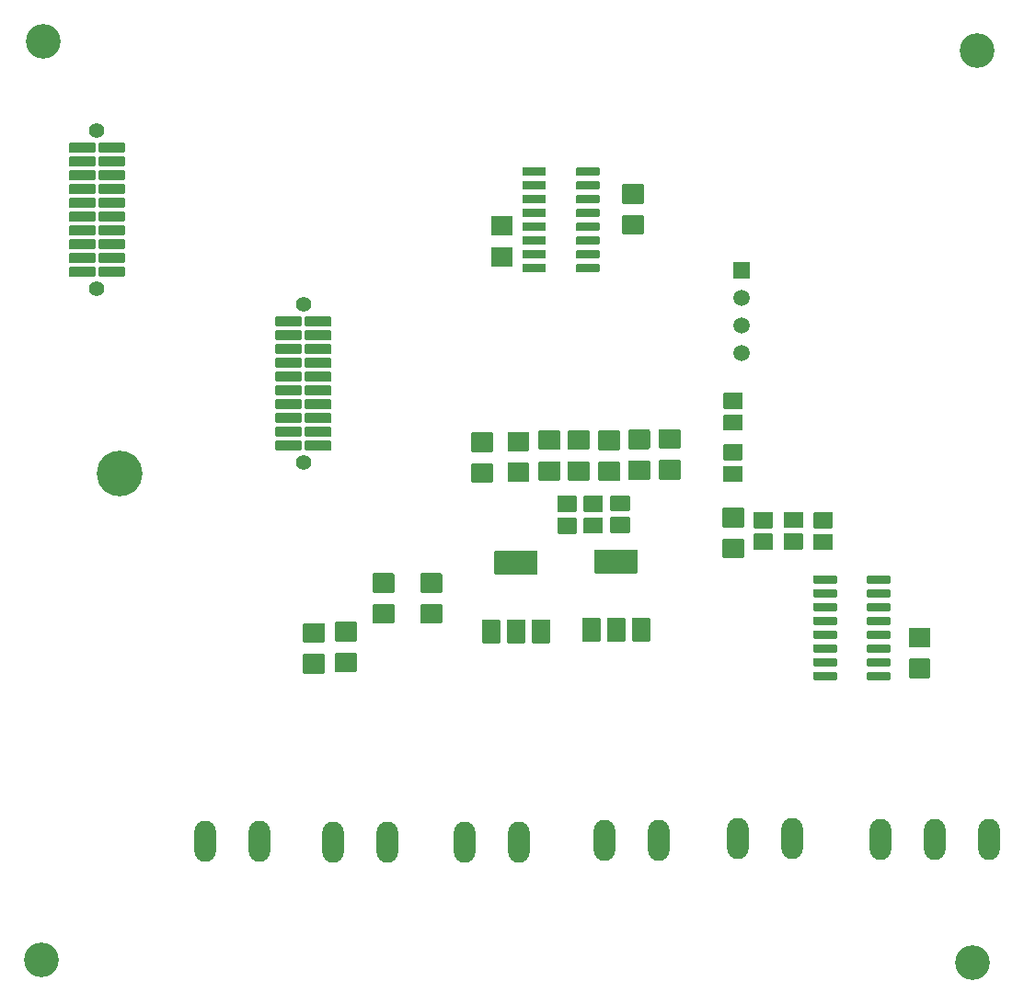
<source format=gbr>
%TF.GenerationSoftware,KiCad,Pcbnew,(5.1.9)-1*%
%TF.CreationDate,2021-09-03T15:16:11+00:00*%
%TF.ProjectId,CZTBoardV3,435a5442-6f61-4726-9456-332e6b696361,rev?*%
%TF.SameCoordinates,Original*%
%TF.FileFunction,Soldermask,Top*%
%TF.FilePolarity,Negative*%
%FSLAX46Y46*%
G04 Gerber Fmt 4.6, Leading zero omitted, Abs format (unit mm)*
G04 Created by KiCad (PCBNEW (5.1.9)-1) date 2021-09-03 15:16:11*
%MOMM*%
%LPD*%
G01*
G04 APERTURE LIST*
%ADD10C,4.203200*%
%ADD11C,1.422400*%
%ADD12C,3.200000*%
%ADD13O,1.993900X3.784600*%
%ADD14C,1.500000*%
%ADD15R,1.500000X1.500000*%
G04 APERTURE END LIST*
D10*
%TO.C,U1*%
X124090000Y-109530000D03*
D11*
X122026400Y-92579500D03*
X122026400Y-77974500D03*
G36*
G01*
X122280500Y-79092100D02*
X124502900Y-79092100D01*
G75*
G02*
X124604500Y-79193700I0J-101600D01*
G01*
X124604500Y-79930300D01*
G75*
G02*
X124502900Y-80031900I-101600J0D01*
G01*
X122280500Y-80031900D01*
G75*
G02*
X122178900Y-79930300I0J101600D01*
G01*
X122178900Y-79193700D01*
G75*
G02*
X122280500Y-79092100I101600J0D01*
G01*
G37*
G36*
G01*
X119550000Y-79092100D02*
X121772400Y-79092100D01*
G75*
G02*
X121874000Y-79193700I0J-101600D01*
G01*
X121874000Y-79930300D01*
G75*
G02*
X121772400Y-80031900I-101600J0D01*
G01*
X119550000Y-80031900D01*
G75*
G02*
X119448400Y-79930300I0J101600D01*
G01*
X119448400Y-79193700D01*
G75*
G02*
X119550000Y-79092100I101600J0D01*
G01*
G37*
G36*
G01*
X122280500Y-80362100D02*
X124502900Y-80362100D01*
G75*
G02*
X124604500Y-80463700I0J-101600D01*
G01*
X124604500Y-81200300D01*
G75*
G02*
X124502900Y-81301900I-101600J0D01*
G01*
X122280500Y-81301900D01*
G75*
G02*
X122178900Y-81200300I0J101600D01*
G01*
X122178900Y-80463700D01*
G75*
G02*
X122280500Y-80362100I101600J0D01*
G01*
G37*
G36*
G01*
X119550000Y-80362100D02*
X121772400Y-80362100D01*
G75*
G02*
X121874000Y-80463700I0J-101600D01*
G01*
X121874000Y-81200300D01*
G75*
G02*
X121772400Y-81301900I-101600J0D01*
G01*
X119550000Y-81301900D01*
G75*
G02*
X119448400Y-81200300I0J101600D01*
G01*
X119448400Y-80463700D01*
G75*
G02*
X119550000Y-80362100I101600J0D01*
G01*
G37*
G36*
G01*
X122280500Y-81632100D02*
X124502900Y-81632100D01*
G75*
G02*
X124604500Y-81733700I0J-101600D01*
G01*
X124604500Y-82470300D01*
G75*
G02*
X124502900Y-82571900I-101600J0D01*
G01*
X122280500Y-82571900D01*
G75*
G02*
X122178900Y-82470300I0J101600D01*
G01*
X122178900Y-81733700D01*
G75*
G02*
X122280500Y-81632100I101600J0D01*
G01*
G37*
G36*
G01*
X119550000Y-81632100D02*
X121772400Y-81632100D01*
G75*
G02*
X121874000Y-81733700I0J-101600D01*
G01*
X121874000Y-82470300D01*
G75*
G02*
X121772400Y-82571900I-101600J0D01*
G01*
X119550000Y-82571900D01*
G75*
G02*
X119448400Y-82470300I0J101600D01*
G01*
X119448400Y-81733700D01*
G75*
G02*
X119550000Y-81632100I101600J0D01*
G01*
G37*
G36*
G01*
X122280500Y-82902100D02*
X124502900Y-82902100D01*
G75*
G02*
X124604500Y-83003700I0J-101600D01*
G01*
X124604500Y-83740300D01*
G75*
G02*
X124502900Y-83841900I-101600J0D01*
G01*
X122280500Y-83841900D01*
G75*
G02*
X122178900Y-83740300I0J101600D01*
G01*
X122178900Y-83003700D01*
G75*
G02*
X122280500Y-82902100I101600J0D01*
G01*
G37*
G36*
G01*
X119550000Y-82902100D02*
X121772400Y-82902100D01*
G75*
G02*
X121874000Y-83003700I0J-101600D01*
G01*
X121874000Y-83740300D01*
G75*
G02*
X121772400Y-83841900I-101600J0D01*
G01*
X119550000Y-83841900D01*
G75*
G02*
X119448400Y-83740300I0J101600D01*
G01*
X119448400Y-83003700D01*
G75*
G02*
X119550000Y-82902100I101600J0D01*
G01*
G37*
G36*
G01*
X122280500Y-84172100D02*
X124502900Y-84172100D01*
G75*
G02*
X124604500Y-84273700I0J-101600D01*
G01*
X124604500Y-85010300D01*
G75*
G02*
X124502900Y-85111900I-101600J0D01*
G01*
X122280500Y-85111900D01*
G75*
G02*
X122178900Y-85010300I0J101600D01*
G01*
X122178900Y-84273700D01*
G75*
G02*
X122280500Y-84172100I101600J0D01*
G01*
G37*
G36*
G01*
X119550000Y-84172100D02*
X121772400Y-84172100D01*
G75*
G02*
X121874000Y-84273700I0J-101600D01*
G01*
X121874000Y-85010300D01*
G75*
G02*
X121772400Y-85111900I-101600J0D01*
G01*
X119550000Y-85111900D01*
G75*
G02*
X119448400Y-85010300I0J101600D01*
G01*
X119448400Y-84273700D01*
G75*
G02*
X119550000Y-84172100I101600J0D01*
G01*
G37*
G36*
G01*
X122280500Y-85442100D02*
X124502900Y-85442100D01*
G75*
G02*
X124604500Y-85543700I0J-101600D01*
G01*
X124604500Y-86280300D01*
G75*
G02*
X124502900Y-86381900I-101600J0D01*
G01*
X122280500Y-86381900D01*
G75*
G02*
X122178900Y-86280300I0J101600D01*
G01*
X122178900Y-85543700D01*
G75*
G02*
X122280500Y-85442100I101600J0D01*
G01*
G37*
G36*
G01*
X119550000Y-85442100D02*
X121772400Y-85442100D01*
G75*
G02*
X121874000Y-85543700I0J-101600D01*
G01*
X121874000Y-86280300D01*
G75*
G02*
X121772400Y-86381900I-101600J0D01*
G01*
X119550000Y-86381900D01*
G75*
G02*
X119448400Y-86280300I0J101600D01*
G01*
X119448400Y-85543700D01*
G75*
G02*
X119550000Y-85442100I101600J0D01*
G01*
G37*
G36*
G01*
X122280500Y-86712100D02*
X124502900Y-86712100D01*
G75*
G02*
X124604500Y-86813700I0J-101600D01*
G01*
X124604500Y-87550300D01*
G75*
G02*
X124502900Y-87651900I-101600J0D01*
G01*
X122280500Y-87651900D01*
G75*
G02*
X122178900Y-87550300I0J101600D01*
G01*
X122178900Y-86813700D01*
G75*
G02*
X122280500Y-86712100I101600J0D01*
G01*
G37*
G36*
G01*
X119550000Y-86712100D02*
X121772400Y-86712100D01*
G75*
G02*
X121874000Y-86813700I0J-101600D01*
G01*
X121874000Y-87550300D01*
G75*
G02*
X121772400Y-87651900I-101600J0D01*
G01*
X119550000Y-87651900D01*
G75*
G02*
X119448400Y-87550300I0J101600D01*
G01*
X119448400Y-86813700D01*
G75*
G02*
X119550000Y-86712100I101600J0D01*
G01*
G37*
G36*
G01*
X122280500Y-87982100D02*
X124502900Y-87982100D01*
G75*
G02*
X124604500Y-88083700I0J-101600D01*
G01*
X124604500Y-88820300D01*
G75*
G02*
X124502900Y-88921900I-101600J0D01*
G01*
X122280500Y-88921900D01*
G75*
G02*
X122178900Y-88820300I0J101600D01*
G01*
X122178900Y-88083700D01*
G75*
G02*
X122280500Y-87982100I101600J0D01*
G01*
G37*
G36*
G01*
X119550000Y-87982100D02*
X121772400Y-87982100D01*
G75*
G02*
X121874000Y-88083700I0J-101600D01*
G01*
X121874000Y-88820300D01*
G75*
G02*
X121772400Y-88921900I-101600J0D01*
G01*
X119550000Y-88921900D01*
G75*
G02*
X119448400Y-88820300I0J101600D01*
G01*
X119448400Y-88083700D01*
G75*
G02*
X119550000Y-87982100I101600J0D01*
G01*
G37*
G36*
G01*
X122280500Y-89252100D02*
X124502900Y-89252100D01*
G75*
G02*
X124604500Y-89353700I0J-101600D01*
G01*
X124604500Y-90090300D01*
G75*
G02*
X124502900Y-90191900I-101600J0D01*
G01*
X122280500Y-90191900D01*
G75*
G02*
X122178900Y-90090300I0J101600D01*
G01*
X122178900Y-89353700D01*
G75*
G02*
X122280500Y-89252100I101600J0D01*
G01*
G37*
G36*
G01*
X119550000Y-89252100D02*
X121772400Y-89252100D01*
G75*
G02*
X121874000Y-89353700I0J-101600D01*
G01*
X121874000Y-90090300D01*
G75*
G02*
X121772400Y-90191900I-101600J0D01*
G01*
X119550000Y-90191900D01*
G75*
G02*
X119448400Y-90090300I0J101600D01*
G01*
X119448400Y-89353700D01*
G75*
G02*
X119550000Y-89252100I101600J0D01*
G01*
G37*
G36*
G01*
X122280500Y-90522100D02*
X124502900Y-90522100D01*
G75*
G02*
X124604500Y-90623700I0J-101600D01*
G01*
X124604500Y-91360300D01*
G75*
G02*
X124502900Y-91461900I-101600J0D01*
G01*
X122280500Y-91461900D01*
G75*
G02*
X122178900Y-91360300I0J101600D01*
G01*
X122178900Y-90623700D01*
G75*
G02*
X122280500Y-90522100I101600J0D01*
G01*
G37*
G36*
G01*
X119550000Y-90522100D02*
X121772400Y-90522100D01*
G75*
G02*
X121874000Y-90623700I0J-101600D01*
G01*
X121874000Y-91360300D01*
G75*
G02*
X121772400Y-91461900I-101600J0D01*
G01*
X119550000Y-91461900D01*
G75*
G02*
X119448400Y-91360300I0J101600D01*
G01*
X119448400Y-90623700D01*
G75*
G02*
X119550000Y-90522100I101600J0D01*
G01*
G37*
X141020000Y-108582500D03*
X141020000Y-93977500D03*
G36*
G01*
X141274100Y-95095100D02*
X143496500Y-95095100D01*
G75*
G02*
X143598100Y-95196700I0J-101600D01*
G01*
X143598100Y-95933300D01*
G75*
G02*
X143496500Y-96034900I-101600J0D01*
G01*
X141274100Y-96034900D01*
G75*
G02*
X141172500Y-95933300I0J101600D01*
G01*
X141172500Y-95196700D01*
G75*
G02*
X141274100Y-95095100I101600J0D01*
G01*
G37*
G36*
G01*
X138543600Y-95095100D02*
X140766000Y-95095100D01*
G75*
G02*
X140867600Y-95196700I0J-101600D01*
G01*
X140867600Y-95933300D01*
G75*
G02*
X140766000Y-96034900I-101600J0D01*
G01*
X138543600Y-96034900D01*
G75*
G02*
X138442000Y-95933300I0J101600D01*
G01*
X138442000Y-95196700D01*
G75*
G02*
X138543600Y-95095100I101600J0D01*
G01*
G37*
G36*
G01*
X141274100Y-96365100D02*
X143496500Y-96365100D01*
G75*
G02*
X143598100Y-96466700I0J-101600D01*
G01*
X143598100Y-97203300D01*
G75*
G02*
X143496500Y-97304900I-101600J0D01*
G01*
X141274100Y-97304900D01*
G75*
G02*
X141172500Y-97203300I0J101600D01*
G01*
X141172500Y-96466700D01*
G75*
G02*
X141274100Y-96365100I101600J0D01*
G01*
G37*
G36*
G01*
X138543600Y-96365100D02*
X140766000Y-96365100D01*
G75*
G02*
X140867600Y-96466700I0J-101600D01*
G01*
X140867600Y-97203300D01*
G75*
G02*
X140766000Y-97304900I-101600J0D01*
G01*
X138543600Y-97304900D01*
G75*
G02*
X138442000Y-97203300I0J101600D01*
G01*
X138442000Y-96466700D01*
G75*
G02*
X138543600Y-96365100I101600J0D01*
G01*
G37*
G36*
G01*
X141274100Y-97635100D02*
X143496500Y-97635100D01*
G75*
G02*
X143598100Y-97736700I0J-101600D01*
G01*
X143598100Y-98473300D01*
G75*
G02*
X143496500Y-98574900I-101600J0D01*
G01*
X141274100Y-98574900D01*
G75*
G02*
X141172500Y-98473300I0J101600D01*
G01*
X141172500Y-97736700D01*
G75*
G02*
X141274100Y-97635100I101600J0D01*
G01*
G37*
G36*
G01*
X138543600Y-97635100D02*
X140766000Y-97635100D01*
G75*
G02*
X140867600Y-97736700I0J-101600D01*
G01*
X140867600Y-98473300D01*
G75*
G02*
X140766000Y-98574900I-101600J0D01*
G01*
X138543600Y-98574900D01*
G75*
G02*
X138442000Y-98473300I0J101600D01*
G01*
X138442000Y-97736700D01*
G75*
G02*
X138543600Y-97635100I101600J0D01*
G01*
G37*
G36*
G01*
X141274100Y-98905100D02*
X143496500Y-98905100D01*
G75*
G02*
X143598100Y-99006700I0J-101600D01*
G01*
X143598100Y-99743300D01*
G75*
G02*
X143496500Y-99844900I-101600J0D01*
G01*
X141274100Y-99844900D01*
G75*
G02*
X141172500Y-99743300I0J101600D01*
G01*
X141172500Y-99006700D01*
G75*
G02*
X141274100Y-98905100I101600J0D01*
G01*
G37*
G36*
G01*
X138543600Y-98905100D02*
X140766000Y-98905100D01*
G75*
G02*
X140867600Y-99006700I0J-101600D01*
G01*
X140867600Y-99743300D01*
G75*
G02*
X140766000Y-99844900I-101600J0D01*
G01*
X138543600Y-99844900D01*
G75*
G02*
X138442000Y-99743300I0J101600D01*
G01*
X138442000Y-99006700D01*
G75*
G02*
X138543600Y-98905100I101600J0D01*
G01*
G37*
G36*
G01*
X141274100Y-100175100D02*
X143496500Y-100175100D01*
G75*
G02*
X143598100Y-100276700I0J-101600D01*
G01*
X143598100Y-101013300D01*
G75*
G02*
X143496500Y-101114900I-101600J0D01*
G01*
X141274100Y-101114900D01*
G75*
G02*
X141172500Y-101013300I0J101600D01*
G01*
X141172500Y-100276700D01*
G75*
G02*
X141274100Y-100175100I101600J0D01*
G01*
G37*
G36*
G01*
X138543600Y-100175100D02*
X140766000Y-100175100D01*
G75*
G02*
X140867600Y-100276700I0J-101600D01*
G01*
X140867600Y-101013300D01*
G75*
G02*
X140766000Y-101114900I-101600J0D01*
G01*
X138543600Y-101114900D01*
G75*
G02*
X138442000Y-101013300I0J101600D01*
G01*
X138442000Y-100276700D01*
G75*
G02*
X138543600Y-100175100I101600J0D01*
G01*
G37*
G36*
G01*
X141274100Y-101445100D02*
X143496500Y-101445100D01*
G75*
G02*
X143598100Y-101546700I0J-101600D01*
G01*
X143598100Y-102283300D01*
G75*
G02*
X143496500Y-102384900I-101600J0D01*
G01*
X141274100Y-102384900D01*
G75*
G02*
X141172500Y-102283300I0J101600D01*
G01*
X141172500Y-101546700D01*
G75*
G02*
X141274100Y-101445100I101600J0D01*
G01*
G37*
G36*
G01*
X138543600Y-101445100D02*
X140766000Y-101445100D01*
G75*
G02*
X140867600Y-101546700I0J-101600D01*
G01*
X140867600Y-102283300D01*
G75*
G02*
X140766000Y-102384900I-101600J0D01*
G01*
X138543600Y-102384900D01*
G75*
G02*
X138442000Y-102283300I0J101600D01*
G01*
X138442000Y-101546700D01*
G75*
G02*
X138543600Y-101445100I101600J0D01*
G01*
G37*
G36*
G01*
X141274100Y-102715100D02*
X143496500Y-102715100D01*
G75*
G02*
X143598100Y-102816700I0J-101600D01*
G01*
X143598100Y-103553300D01*
G75*
G02*
X143496500Y-103654900I-101600J0D01*
G01*
X141274100Y-103654900D01*
G75*
G02*
X141172500Y-103553300I0J101600D01*
G01*
X141172500Y-102816700D01*
G75*
G02*
X141274100Y-102715100I101600J0D01*
G01*
G37*
G36*
G01*
X138543600Y-102715100D02*
X140766000Y-102715100D01*
G75*
G02*
X140867600Y-102816700I0J-101600D01*
G01*
X140867600Y-103553300D01*
G75*
G02*
X140766000Y-103654900I-101600J0D01*
G01*
X138543600Y-103654900D01*
G75*
G02*
X138442000Y-103553300I0J101600D01*
G01*
X138442000Y-102816700D01*
G75*
G02*
X138543600Y-102715100I101600J0D01*
G01*
G37*
G36*
G01*
X141274100Y-103985100D02*
X143496500Y-103985100D01*
G75*
G02*
X143598100Y-104086700I0J-101600D01*
G01*
X143598100Y-104823300D01*
G75*
G02*
X143496500Y-104924900I-101600J0D01*
G01*
X141274100Y-104924900D01*
G75*
G02*
X141172500Y-104823300I0J101600D01*
G01*
X141172500Y-104086700D01*
G75*
G02*
X141274100Y-103985100I101600J0D01*
G01*
G37*
G36*
G01*
X138543600Y-103985100D02*
X140766000Y-103985100D01*
G75*
G02*
X140867600Y-104086700I0J-101600D01*
G01*
X140867600Y-104823300D01*
G75*
G02*
X140766000Y-104924900I-101600J0D01*
G01*
X138543600Y-104924900D01*
G75*
G02*
X138442000Y-104823300I0J101600D01*
G01*
X138442000Y-104086700D01*
G75*
G02*
X138543600Y-103985100I101600J0D01*
G01*
G37*
G36*
G01*
X141274100Y-105255100D02*
X143496500Y-105255100D01*
G75*
G02*
X143598100Y-105356700I0J-101600D01*
G01*
X143598100Y-106093300D01*
G75*
G02*
X143496500Y-106194900I-101600J0D01*
G01*
X141274100Y-106194900D01*
G75*
G02*
X141172500Y-106093300I0J101600D01*
G01*
X141172500Y-105356700D01*
G75*
G02*
X141274100Y-105255100I101600J0D01*
G01*
G37*
G36*
G01*
X138543600Y-105255100D02*
X140766000Y-105255100D01*
G75*
G02*
X140867600Y-105356700I0J-101600D01*
G01*
X140867600Y-106093300D01*
G75*
G02*
X140766000Y-106194900I-101600J0D01*
G01*
X138543600Y-106194900D01*
G75*
G02*
X138442000Y-106093300I0J101600D01*
G01*
X138442000Y-105356700D01*
G75*
G02*
X138543600Y-105255100I101600J0D01*
G01*
G37*
G36*
G01*
X141274100Y-106525100D02*
X143496500Y-106525100D01*
G75*
G02*
X143598100Y-106626700I0J-101600D01*
G01*
X143598100Y-107363300D01*
G75*
G02*
X143496500Y-107464900I-101600J0D01*
G01*
X141274100Y-107464900D01*
G75*
G02*
X141172500Y-107363300I0J101600D01*
G01*
X141172500Y-106626700D01*
G75*
G02*
X141274100Y-106525100I101600J0D01*
G01*
G37*
G36*
G01*
X138543600Y-106525100D02*
X140766000Y-106525100D01*
G75*
G02*
X140867600Y-106626700I0J-101600D01*
G01*
X140867600Y-107363300D01*
G75*
G02*
X140766000Y-107464900I-101600J0D01*
G01*
X138543600Y-107464900D01*
G75*
G02*
X138442000Y-107363300I0J101600D01*
G01*
X138442000Y-106626700D01*
G75*
G02*
X138543600Y-106525100I101600J0D01*
G01*
G37*
%TD*%
D12*
%TO.C,REF\u002A\u002A*%
X203030000Y-70660000D03*
%TD*%
%TO.C,REF\u002A\u002A*%
X116950000Y-154380000D03*
%TD*%
%TO.C,REF\u002A\u002A*%
X202620000Y-154620000D03*
%TD*%
%TO.C,REF\u002A\u002A*%
X117110000Y-69760000D03*
%TD*%
D13*
%TO.C,X6*%
X204090000Y-143240000D03*
X199090000Y-143240000D03*
X194090000Y-143240000D03*
%TD*%
%TO.C,X5*%
X185990000Y-143220000D03*
X180990000Y-143220000D03*
%TD*%
%TO.C,X4*%
X173690000Y-143320000D03*
X168690000Y-143320000D03*
%TD*%
%TO.C,X3*%
X160890000Y-143520000D03*
X155890000Y-143520000D03*
%TD*%
%TO.C,X2*%
X148790000Y-143520000D03*
X143790000Y-143520000D03*
%TD*%
%TO.C,X1*%
X136990000Y-143450000D03*
X131990000Y-143450000D03*
%TD*%
D14*
%TO.C,U4*%
X181350000Y-98440000D03*
X181350000Y-95900000D03*
X181350000Y-93360000D03*
D15*
X181350000Y-90820000D03*
%TD*%
%TO.C,U3*%
G36*
G01*
X192871600Y-119604400D02*
X192871600Y-119045600D01*
G75*
G02*
X192973200Y-118944000I101600J0D01*
G01*
X194954400Y-118944000D01*
G75*
G02*
X195056000Y-119045600I0J-101600D01*
G01*
X195056000Y-119604400D01*
G75*
G02*
X194954400Y-119706000I-101600J0D01*
G01*
X192973200Y-119706000D01*
G75*
G02*
X192871600Y-119604400I0J101600D01*
G01*
G37*
G36*
G01*
X192871600Y-120874400D02*
X192871600Y-120315600D01*
G75*
G02*
X192973200Y-120214000I101600J0D01*
G01*
X194954400Y-120214000D01*
G75*
G02*
X195056000Y-120315600I0J-101600D01*
G01*
X195056000Y-120874400D01*
G75*
G02*
X194954400Y-120976000I-101600J0D01*
G01*
X192973200Y-120976000D01*
G75*
G02*
X192871600Y-120874400I0J101600D01*
G01*
G37*
G36*
G01*
X192871600Y-122144400D02*
X192871600Y-121585600D01*
G75*
G02*
X192973200Y-121484000I101600J0D01*
G01*
X194954400Y-121484000D01*
G75*
G02*
X195056000Y-121585600I0J-101600D01*
G01*
X195056000Y-122144400D01*
G75*
G02*
X194954400Y-122246000I-101600J0D01*
G01*
X192973200Y-122246000D01*
G75*
G02*
X192871600Y-122144400I0J101600D01*
G01*
G37*
G36*
G01*
X192871600Y-123414400D02*
X192871600Y-122855600D01*
G75*
G02*
X192973200Y-122754000I101600J0D01*
G01*
X194954400Y-122754000D01*
G75*
G02*
X195056000Y-122855600I0J-101600D01*
G01*
X195056000Y-123414400D01*
G75*
G02*
X194954400Y-123516000I-101600J0D01*
G01*
X192973200Y-123516000D01*
G75*
G02*
X192871600Y-123414400I0J101600D01*
G01*
G37*
G36*
G01*
X192871600Y-124684400D02*
X192871600Y-124125600D01*
G75*
G02*
X192973200Y-124024000I101600J0D01*
G01*
X194954400Y-124024000D01*
G75*
G02*
X195056000Y-124125600I0J-101600D01*
G01*
X195056000Y-124684400D01*
G75*
G02*
X194954400Y-124786000I-101600J0D01*
G01*
X192973200Y-124786000D01*
G75*
G02*
X192871600Y-124684400I0J101600D01*
G01*
G37*
G36*
G01*
X192871600Y-125954400D02*
X192871600Y-125395600D01*
G75*
G02*
X192973200Y-125294000I101600J0D01*
G01*
X194954400Y-125294000D01*
G75*
G02*
X195056000Y-125395600I0J-101600D01*
G01*
X195056000Y-125954400D01*
G75*
G02*
X194954400Y-126056000I-101600J0D01*
G01*
X192973200Y-126056000D01*
G75*
G02*
X192871600Y-125954400I0J101600D01*
G01*
G37*
G36*
G01*
X192871600Y-127224400D02*
X192871600Y-126665600D01*
G75*
G02*
X192973200Y-126564000I101600J0D01*
G01*
X194954400Y-126564000D01*
G75*
G02*
X195056000Y-126665600I0J-101600D01*
G01*
X195056000Y-127224400D01*
G75*
G02*
X194954400Y-127326000I-101600J0D01*
G01*
X192973200Y-127326000D01*
G75*
G02*
X192871600Y-127224400I0J101600D01*
G01*
G37*
G36*
G01*
X192871600Y-128494400D02*
X192871600Y-127935600D01*
G75*
G02*
X192973200Y-127834000I101600J0D01*
G01*
X194954400Y-127834000D01*
G75*
G02*
X195056000Y-127935600I0J-101600D01*
G01*
X195056000Y-128494400D01*
G75*
G02*
X194954400Y-128596000I-101600J0D01*
G01*
X192973200Y-128596000D01*
G75*
G02*
X192871600Y-128494400I0J101600D01*
G01*
G37*
G36*
G01*
X187944000Y-128494400D02*
X187944000Y-127935600D01*
G75*
G02*
X188045600Y-127834000I101600J0D01*
G01*
X190026800Y-127834000D01*
G75*
G02*
X190128400Y-127935600I0J-101600D01*
G01*
X190128400Y-128494400D01*
G75*
G02*
X190026800Y-128596000I-101600J0D01*
G01*
X188045600Y-128596000D01*
G75*
G02*
X187944000Y-128494400I0J101600D01*
G01*
G37*
G36*
G01*
X187944000Y-127224400D02*
X187944000Y-126665600D01*
G75*
G02*
X188045600Y-126564000I101600J0D01*
G01*
X190026800Y-126564000D01*
G75*
G02*
X190128400Y-126665600I0J-101600D01*
G01*
X190128400Y-127224400D01*
G75*
G02*
X190026800Y-127326000I-101600J0D01*
G01*
X188045600Y-127326000D01*
G75*
G02*
X187944000Y-127224400I0J101600D01*
G01*
G37*
G36*
G01*
X187944000Y-125954400D02*
X187944000Y-125395600D01*
G75*
G02*
X188045600Y-125294000I101600J0D01*
G01*
X190026800Y-125294000D01*
G75*
G02*
X190128400Y-125395600I0J-101600D01*
G01*
X190128400Y-125954400D01*
G75*
G02*
X190026800Y-126056000I-101600J0D01*
G01*
X188045600Y-126056000D01*
G75*
G02*
X187944000Y-125954400I0J101600D01*
G01*
G37*
G36*
G01*
X187944000Y-124684400D02*
X187944000Y-124125600D01*
G75*
G02*
X188045600Y-124024000I101600J0D01*
G01*
X190026800Y-124024000D01*
G75*
G02*
X190128400Y-124125600I0J-101600D01*
G01*
X190128400Y-124684400D01*
G75*
G02*
X190026800Y-124786000I-101600J0D01*
G01*
X188045600Y-124786000D01*
G75*
G02*
X187944000Y-124684400I0J101600D01*
G01*
G37*
G36*
G01*
X187944000Y-123414400D02*
X187944000Y-122855600D01*
G75*
G02*
X188045600Y-122754000I101600J0D01*
G01*
X190026800Y-122754000D01*
G75*
G02*
X190128400Y-122855600I0J-101600D01*
G01*
X190128400Y-123414400D01*
G75*
G02*
X190026800Y-123516000I-101600J0D01*
G01*
X188045600Y-123516000D01*
G75*
G02*
X187944000Y-123414400I0J101600D01*
G01*
G37*
G36*
G01*
X187944000Y-122144400D02*
X187944000Y-121585600D01*
G75*
G02*
X188045600Y-121484000I101600J0D01*
G01*
X190026800Y-121484000D01*
G75*
G02*
X190128400Y-121585600I0J-101600D01*
G01*
X190128400Y-122144400D01*
G75*
G02*
X190026800Y-122246000I-101600J0D01*
G01*
X188045600Y-122246000D01*
G75*
G02*
X187944000Y-122144400I0J101600D01*
G01*
G37*
G36*
G01*
X187944000Y-120874400D02*
X187944000Y-120315600D01*
G75*
G02*
X188045600Y-120214000I101600J0D01*
G01*
X190026800Y-120214000D01*
G75*
G02*
X190128400Y-120315600I0J-101600D01*
G01*
X190128400Y-120874400D01*
G75*
G02*
X190026800Y-120976000I-101600J0D01*
G01*
X188045600Y-120976000D01*
G75*
G02*
X187944000Y-120874400I0J101600D01*
G01*
G37*
G36*
G01*
X187944000Y-119604400D02*
X187944000Y-119045600D01*
G75*
G02*
X188045600Y-118944000I101600J0D01*
G01*
X190026800Y-118944000D01*
G75*
G02*
X190128400Y-119045600I0J-101600D01*
G01*
X190128400Y-119604400D01*
G75*
G02*
X190026800Y-119706000I-101600J0D01*
G01*
X188045600Y-119706000D01*
G75*
G02*
X187944000Y-119604400I0J101600D01*
G01*
G37*
%TD*%
%TO.C,U2*%
G36*
G01*
X166091600Y-82044400D02*
X166091600Y-81485600D01*
G75*
G02*
X166193200Y-81384000I101600J0D01*
G01*
X168174400Y-81384000D01*
G75*
G02*
X168276000Y-81485600I0J-101600D01*
G01*
X168276000Y-82044400D01*
G75*
G02*
X168174400Y-82146000I-101600J0D01*
G01*
X166193200Y-82146000D01*
G75*
G02*
X166091600Y-82044400I0J101600D01*
G01*
G37*
G36*
G01*
X166091600Y-83314400D02*
X166091600Y-82755600D01*
G75*
G02*
X166193200Y-82654000I101600J0D01*
G01*
X168174400Y-82654000D01*
G75*
G02*
X168276000Y-82755600I0J-101600D01*
G01*
X168276000Y-83314400D01*
G75*
G02*
X168174400Y-83416000I-101600J0D01*
G01*
X166193200Y-83416000D01*
G75*
G02*
X166091600Y-83314400I0J101600D01*
G01*
G37*
G36*
G01*
X166091600Y-84584400D02*
X166091600Y-84025600D01*
G75*
G02*
X166193200Y-83924000I101600J0D01*
G01*
X168174400Y-83924000D01*
G75*
G02*
X168276000Y-84025600I0J-101600D01*
G01*
X168276000Y-84584400D01*
G75*
G02*
X168174400Y-84686000I-101600J0D01*
G01*
X166193200Y-84686000D01*
G75*
G02*
X166091600Y-84584400I0J101600D01*
G01*
G37*
G36*
G01*
X166091600Y-85854400D02*
X166091600Y-85295600D01*
G75*
G02*
X166193200Y-85194000I101600J0D01*
G01*
X168174400Y-85194000D01*
G75*
G02*
X168276000Y-85295600I0J-101600D01*
G01*
X168276000Y-85854400D01*
G75*
G02*
X168174400Y-85956000I-101600J0D01*
G01*
X166193200Y-85956000D01*
G75*
G02*
X166091600Y-85854400I0J101600D01*
G01*
G37*
G36*
G01*
X166091600Y-87124400D02*
X166091600Y-86565600D01*
G75*
G02*
X166193200Y-86464000I101600J0D01*
G01*
X168174400Y-86464000D01*
G75*
G02*
X168276000Y-86565600I0J-101600D01*
G01*
X168276000Y-87124400D01*
G75*
G02*
X168174400Y-87226000I-101600J0D01*
G01*
X166193200Y-87226000D01*
G75*
G02*
X166091600Y-87124400I0J101600D01*
G01*
G37*
G36*
G01*
X166091600Y-88394400D02*
X166091600Y-87835600D01*
G75*
G02*
X166193200Y-87734000I101600J0D01*
G01*
X168174400Y-87734000D01*
G75*
G02*
X168276000Y-87835600I0J-101600D01*
G01*
X168276000Y-88394400D01*
G75*
G02*
X168174400Y-88496000I-101600J0D01*
G01*
X166193200Y-88496000D01*
G75*
G02*
X166091600Y-88394400I0J101600D01*
G01*
G37*
G36*
G01*
X166091600Y-89664400D02*
X166091600Y-89105600D01*
G75*
G02*
X166193200Y-89004000I101600J0D01*
G01*
X168174400Y-89004000D01*
G75*
G02*
X168276000Y-89105600I0J-101600D01*
G01*
X168276000Y-89664400D01*
G75*
G02*
X168174400Y-89766000I-101600J0D01*
G01*
X166193200Y-89766000D01*
G75*
G02*
X166091600Y-89664400I0J101600D01*
G01*
G37*
G36*
G01*
X166091600Y-90934400D02*
X166091600Y-90375600D01*
G75*
G02*
X166193200Y-90274000I101600J0D01*
G01*
X168174400Y-90274000D01*
G75*
G02*
X168276000Y-90375600I0J-101600D01*
G01*
X168276000Y-90934400D01*
G75*
G02*
X168174400Y-91036000I-101600J0D01*
G01*
X166193200Y-91036000D01*
G75*
G02*
X166091600Y-90934400I0J101600D01*
G01*
G37*
G36*
G01*
X161164000Y-90934400D02*
X161164000Y-90375600D01*
G75*
G02*
X161265600Y-90274000I101600J0D01*
G01*
X163246800Y-90274000D01*
G75*
G02*
X163348400Y-90375600I0J-101600D01*
G01*
X163348400Y-90934400D01*
G75*
G02*
X163246800Y-91036000I-101600J0D01*
G01*
X161265600Y-91036000D01*
G75*
G02*
X161164000Y-90934400I0J101600D01*
G01*
G37*
G36*
G01*
X161164000Y-89664400D02*
X161164000Y-89105600D01*
G75*
G02*
X161265600Y-89004000I101600J0D01*
G01*
X163246800Y-89004000D01*
G75*
G02*
X163348400Y-89105600I0J-101600D01*
G01*
X163348400Y-89664400D01*
G75*
G02*
X163246800Y-89766000I-101600J0D01*
G01*
X161265600Y-89766000D01*
G75*
G02*
X161164000Y-89664400I0J101600D01*
G01*
G37*
G36*
G01*
X161164000Y-88394400D02*
X161164000Y-87835600D01*
G75*
G02*
X161265600Y-87734000I101600J0D01*
G01*
X163246800Y-87734000D01*
G75*
G02*
X163348400Y-87835600I0J-101600D01*
G01*
X163348400Y-88394400D01*
G75*
G02*
X163246800Y-88496000I-101600J0D01*
G01*
X161265600Y-88496000D01*
G75*
G02*
X161164000Y-88394400I0J101600D01*
G01*
G37*
G36*
G01*
X161164000Y-87124400D02*
X161164000Y-86565600D01*
G75*
G02*
X161265600Y-86464000I101600J0D01*
G01*
X163246800Y-86464000D01*
G75*
G02*
X163348400Y-86565600I0J-101600D01*
G01*
X163348400Y-87124400D01*
G75*
G02*
X163246800Y-87226000I-101600J0D01*
G01*
X161265600Y-87226000D01*
G75*
G02*
X161164000Y-87124400I0J101600D01*
G01*
G37*
G36*
G01*
X161164000Y-85854400D02*
X161164000Y-85295600D01*
G75*
G02*
X161265600Y-85194000I101600J0D01*
G01*
X163246800Y-85194000D01*
G75*
G02*
X163348400Y-85295600I0J-101600D01*
G01*
X163348400Y-85854400D01*
G75*
G02*
X163246800Y-85956000I-101600J0D01*
G01*
X161265600Y-85956000D01*
G75*
G02*
X161164000Y-85854400I0J101600D01*
G01*
G37*
G36*
G01*
X161164000Y-84584400D02*
X161164000Y-84025600D01*
G75*
G02*
X161265600Y-83924000I101600J0D01*
G01*
X163246800Y-83924000D01*
G75*
G02*
X163348400Y-84025600I0J-101600D01*
G01*
X163348400Y-84584400D01*
G75*
G02*
X163246800Y-84686000I-101600J0D01*
G01*
X161265600Y-84686000D01*
G75*
G02*
X161164000Y-84584400I0J101600D01*
G01*
G37*
G36*
G01*
X161164000Y-83314400D02*
X161164000Y-82755600D01*
G75*
G02*
X161265600Y-82654000I101600J0D01*
G01*
X163246800Y-82654000D01*
G75*
G02*
X163348400Y-82755600I0J-101600D01*
G01*
X163348400Y-83314400D01*
G75*
G02*
X163246800Y-83416000I-101600J0D01*
G01*
X161265600Y-83416000D01*
G75*
G02*
X161164000Y-83314400I0J101600D01*
G01*
G37*
G36*
G01*
X161164000Y-82044400D02*
X161164000Y-81485600D01*
G75*
G02*
X161265600Y-81384000I101600J0D01*
G01*
X163246800Y-81384000D01*
G75*
G02*
X163348400Y-81485600I0J-101600D01*
G01*
X163348400Y-82044400D01*
G75*
G02*
X163246800Y-82146000I-101600J0D01*
G01*
X161265600Y-82146000D01*
G75*
G02*
X161164000Y-82044400I0J101600D01*
G01*
G37*
%TD*%
%TO.C,R21*%
G36*
G01*
X181491500Y-117375600D02*
X179688500Y-117375600D01*
G75*
G02*
X179586900Y-117274000I0J101600D01*
G01*
X179586900Y-115674000D01*
G75*
G02*
X179688500Y-115572400I101600J0D01*
G01*
X181491500Y-115572400D01*
G75*
G02*
X181593100Y-115674000I0J-101600D01*
G01*
X181593100Y-117274000D01*
G75*
G02*
X181491500Y-117375600I-101600J0D01*
G01*
G37*
G36*
G01*
X181491500Y-114531600D02*
X179688500Y-114531600D01*
G75*
G02*
X179586900Y-114430000I0J101600D01*
G01*
X179586900Y-112830000D01*
G75*
G02*
X179688500Y-112728400I101600J0D01*
G01*
X181491500Y-112728400D01*
G75*
G02*
X181593100Y-112830000I0J-101600D01*
G01*
X181593100Y-114430000D01*
G75*
G02*
X181491500Y-114531600I-101600J0D01*
G01*
G37*
%TD*%
%TO.C,R18*%
G36*
G01*
X142901500Y-127995600D02*
X141098500Y-127995600D01*
G75*
G02*
X140996900Y-127894000I0J101600D01*
G01*
X140996900Y-126294000D01*
G75*
G02*
X141098500Y-126192400I101600J0D01*
G01*
X142901500Y-126192400D01*
G75*
G02*
X143003100Y-126294000I0J-101600D01*
G01*
X143003100Y-127894000D01*
G75*
G02*
X142901500Y-127995600I-101600J0D01*
G01*
G37*
G36*
G01*
X142901500Y-125151600D02*
X141098500Y-125151600D01*
G75*
G02*
X140996900Y-125050000I0J101600D01*
G01*
X140996900Y-123450000D01*
G75*
G02*
X141098500Y-123348400I101600J0D01*
G01*
X142901500Y-123348400D01*
G75*
G02*
X143003100Y-123450000I0J-101600D01*
G01*
X143003100Y-125050000D01*
G75*
G02*
X142901500Y-125151600I-101600J0D01*
G01*
G37*
%TD*%
%TO.C,R17*%
G36*
G01*
X196818500Y-123766400D02*
X198621500Y-123766400D01*
G75*
G02*
X198723100Y-123868000I0J-101600D01*
G01*
X198723100Y-125468000D01*
G75*
G02*
X198621500Y-125569600I-101600J0D01*
G01*
X196818500Y-125569600D01*
G75*
G02*
X196716900Y-125468000I0J101600D01*
G01*
X196716900Y-123868000D01*
G75*
G02*
X196818500Y-123766400I101600J0D01*
G01*
G37*
G36*
G01*
X196818500Y-126610400D02*
X198621500Y-126610400D01*
G75*
G02*
X198723100Y-126712000I0J-101600D01*
G01*
X198723100Y-128312000D01*
G75*
G02*
X198621500Y-128413600I-101600J0D01*
G01*
X196818500Y-128413600D01*
G75*
G02*
X196716900Y-128312000I0J101600D01*
G01*
X196716900Y-126712000D01*
G75*
G02*
X196818500Y-126610400I101600J0D01*
G01*
G37*
%TD*%
%TO.C,R16*%
G36*
G01*
X162778500Y-105598400D02*
X164581500Y-105598400D01*
G75*
G02*
X164683100Y-105700000I0J-101600D01*
G01*
X164683100Y-107300000D01*
G75*
G02*
X164581500Y-107401600I-101600J0D01*
G01*
X162778500Y-107401600D01*
G75*
G02*
X162676900Y-107300000I0J101600D01*
G01*
X162676900Y-105700000D01*
G75*
G02*
X162778500Y-105598400I101600J0D01*
G01*
G37*
G36*
G01*
X162778500Y-108442400D02*
X164581500Y-108442400D01*
G75*
G02*
X164683100Y-108544000I0J-101600D01*
G01*
X164683100Y-110144000D01*
G75*
G02*
X164581500Y-110245600I-101600J0D01*
G01*
X162778500Y-110245600D01*
G75*
G02*
X162676900Y-110144000I0J101600D01*
G01*
X162676900Y-108544000D01*
G75*
G02*
X162778500Y-108442400I101600J0D01*
G01*
G37*
%TD*%
%TO.C,R15*%
G36*
G01*
X156578500Y-105778400D02*
X158381500Y-105778400D01*
G75*
G02*
X158483100Y-105880000I0J-101600D01*
G01*
X158483100Y-107480000D01*
G75*
G02*
X158381500Y-107581600I-101600J0D01*
G01*
X156578500Y-107581600D01*
G75*
G02*
X156476900Y-107480000I0J101600D01*
G01*
X156476900Y-105880000D01*
G75*
G02*
X156578500Y-105778400I101600J0D01*
G01*
G37*
G36*
G01*
X156578500Y-108622400D02*
X158381500Y-108622400D01*
G75*
G02*
X158483100Y-108724000I0J-101600D01*
G01*
X158483100Y-110324000D01*
G75*
G02*
X158381500Y-110425600I-101600J0D01*
G01*
X156578500Y-110425600D01*
G75*
G02*
X156476900Y-110324000I0J101600D01*
G01*
X156476900Y-108724000D01*
G75*
G02*
X156578500Y-108622400I101600J0D01*
G01*
G37*
%TD*%
%TO.C,R14*%
G36*
G01*
X165448500Y-105598400D02*
X167251500Y-105598400D01*
G75*
G02*
X167353100Y-105700000I0J-101600D01*
G01*
X167353100Y-107300000D01*
G75*
G02*
X167251500Y-107401600I-101600J0D01*
G01*
X165448500Y-107401600D01*
G75*
G02*
X165346900Y-107300000I0J101600D01*
G01*
X165346900Y-105700000D01*
G75*
G02*
X165448500Y-105598400I101600J0D01*
G01*
G37*
G36*
G01*
X165448500Y-108442400D02*
X167251500Y-108442400D01*
G75*
G02*
X167353100Y-108544000I0J-101600D01*
G01*
X167353100Y-110144000D01*
G75*
G02*
X167251500Y-110245600I-101600J0D01*
G01*
X165448500Y-110245600D01*
G75*
G02*
X165346900Y-110144000I0J101600D01*
G01*
X165346900Y-108544000D01*
G75*
G02*
X165448500Y-108442400I101600J0D01*
G01*
G37*
%TD*%
%TO.C,R13*%
G36*
G01*
X173838500Y-105478400D02*
X175641500Y-105478400D01*
G75*
G02*
X175743100Y-105580000I0J-101600D01*
G01*
X175743100Y-107180000D01*
G75*
G02*
X175641500Y-107281600I-101600J0D01*
G01*
X173838500Y-107281600D01*
G75*
G02*
X173736900Y-107180000I0J101600D01*
G01*
X173736900Y-105580000D01*
G75*
G02*
X173838500Y-105478400I101600J0D01*
G01*
G37*
G36*
G01*
X173838500Y-108322400D02*
X175641500Y-108322400D01*
G75*
G02*
X175743100Y-108424000I0J-101600D01*
G01*
X175743100Y-110024000D01*
G75*
G02*
X175641500Y-110125600I-101600J0D01*
G01*
X173838500Y-110125600D01*
G75*
G02*
X173736900Y-110024000I0J101600D01*
G01*
X173736900Y-108424000D01*
G75*
G02*
X173838500Y-108322400I101600J0D01*
G01*
G37*
%TD*%
%TO.C,R12*%
G36*
G01*
X170061500Y-110275600D02*
X168258500Y-110275600D01*
G75*
G02*
X168156900Y-110174000I0J101600D01*
G01*
X168156900Y-108574000D01*
G75*
G02*
X168258500Y-108472400I101600J0D01*
G01*
X170061500Y-108472400D01*
G75*
G02*
X170163100Y-108574000I0J-101600D01*
G01*
X170163100Y-110174000D01*
G75*
G02*
X170061500Y-110275600I-101600J0D01*
G01*
G37*
G36*
G01*
X170061500Y-107431600D02*
X168258500Y-107431600D01*
G75*
G02*
X168156900Y-107330000I0J101600D01*
G01*
X168156900Y-105730000D01*
G75*
G02*
X168258500Y-105628400I101600J0D01*
G01*
X170061500Y-105628400D01*
G75*
G02*
X170163100Y-105730000I0J-101600D01*
G01*
X170163100Y-107330000D01*
G75*
G02*
X170061500Y-107431600I-101600J0D01*
G01*
G37*
%TD*%
%TO.C,R11*%
G36*
G01*
X147488500Y-118748400D02*
X149291500Y-118748400D01*
G75*
G02*
X149393100Y-118850000I0J-101600D01*
G01*
X149393100Y-120450000D01*
G75*
G02*
X149291500Y-120551600I-101600J0D01*
G01*
X147488500Y-120551600D01*
G75*
G02*
X147386900Y-120450000I0J101600D01*
G01*
X147386900Y-118850000D01*
G75*
G02*
X147488500Y-118748400I101600J0D01*
G01*
G37*
G36*
G01*
X147488500Y-121592400D02*
X149291500Y-121592400D01*
G75*
G02*
X149393100Y-121694000I0J-101600D01*
G01*
X149393100Y-123294000D01*
G75*
G02*
X149291500Y-123395600I-101600J0D01*
G01*
X147488500Y-123395600D01*
G75*
G02*
X147386900Y-123294000I0J101600D01*
G01*
X147386900Y-121694000D01*
G75*
G02*
X147488500Y-121592400I101600J0D01*
G01*
G37*
%TD*%
%TO.C,R10*%
G36*
G01*
X151888500Y-118748400D02*
X153691500Y-118748400D01*
G75*
G02*
X153793100Y-118850000I0J-101600D01*
G01*
X153793100Y-120450000D01*
G75*
G02*
X153691500Y-120551600I-101600J0D01*
G01*
X151888500Y-120551600D01*
G75*
G02*
X151786900Y-120450000I0J101600D01*
G01*
X151786900Y-118850000D01*
G75*
G02*
X151888500Y-118748400I101600J0D01*
G01*
G37*
G36*
G01*
X151888500Y-121592400D02*
X153691500Y-121592400D01*
G75*
G02*
X153793100Y-121694000I0J-101600D01*
G01*
X153793100Y-123294000D01*
G75*
G02*
X153691500Y-123395600I-101600J0D01*
G01*
X151888500Y-123395600D01*
G75*
G02*
X151786900Y-123294000I0J101600D01*
G01*
X151786900Y-121694000D01*
G75*
G02*
X151888500Y-121592400I101600J0D01*
G01*
G37*
%TD*%
%TO.C,R9*%
G36*
G01*
X159908500Y-105718400D02*
X161711500Y-105718400D01*
G75*
G02*
X161813100Y-105820000I0J-101600D01*
G01*
X161813100Y-107420000D01*
G75*
G02*
X161711500Y-107521600I-101600J0D01*
G01*
X159908500Y-107521600D01*
G75*
G02*
X159806900Y-107420000I0J101600D01*
G01*
X159806900Y-105820000D01*
G75*
G02*
X159908500Y-105718400I101600J0D01*
G01*
G37*
G36*
G01*
X159908500Y-108562400D02*
X161711500Y-108562400D01*
G75*
G02*
X161813100Y-108664000I0J-101600D01*
G01*
X161813100Y-110264000D01*
G75*
G02*
X161711500Y-110365600I-101600J0D01*
G01*
X159908500Y-110365600D01*
G75*
G02*
X159806900Y-110264000I0J101600D01*
G01*
X159806900Y-108664000D01*
G75*
G02*
X159908500Y-108562400I101600J0D01*
G01*
G37*
%TD*%
%TO.C,R4*%
G36*
G01*
X144028500Y-123236400D02*
X145831500Y-123236400D01*
G75*
G02*
X145933100Y-123338000I0J-101600D01*
G01*
X145933100Y-124938000D01*
G75*
G02*
X145831500Y-125039600I-101600J0D01*
G01*
X144028500Y-125039600D01*
G75*
G02*
X143926900Y-124938000I0J101600D01*
G01*
X143926900Y-123338000D01*
G75*
G02*
X144028500Y-123236400I101600J0D01*
G01*
G37*
G36*
G01*
X144028500Y-126080400D02*
X145831500Y-126080400D01*
G75*
G02*
X145933100Y-126182000I0J-101600D01*
G01*
X145933100Y-127782000D01*
G75*
G02*
X145831500Y-127883600I-101600J0D01*
G01*
X144028500Y-127883600D01*
G75*
G02*
X143926900Y-127782000I0J101600D01*
G01*
X143926900Y-126182000D01*
G75*
G02*
X144028500Y-126080400I101600J0D01*
G01*
G37*
%TD*%
%TO.C,R3*%
G36*
G01*
X172261500Y-87565600D02*
X170458500Y-87565600D01*
G75*
G02*
X170356900Y-87464000I0J101600D01*
G01*
X170356900Y-85864000D01*
G75*
G02*
X170458500Y-85762400I101600J0D01*
G01*
X172261500Y-85762400D01*
G75*
G02*
X172363100Y-85864000I0J-101600D01*
G01*
X172363100Y-87464000D01*
G75*
G02*
X172261500Y-87565600I-101600J0D01*
G01*
G37*
G36*
G01*
X172261500Y-84721600D02*
X170458500Y-84721600D01*
G75*
G02*
X170356900Y-84620000I0J101600D01*
G01*
X170356900Y-83020000D01*
G75*
G02*
X170458500Y-82918400I101600J0D01*
G01*
X172261500Y-82918400D01*
G75*
G02*
X172363100Y-83020000I0J-101600D01*
G01*
X172363100Y-84620000D01*
G75*
G02*
X172261500Y-84721600I-101600J0D01*
G01*
G37*
%TD*%
%TO.C,R2*%
G36*
G01*
X171018500Y-105526400D02*
X172821500Y-105526400D01*
G75*
G02*
X172923100Y-105628000I0J-101600D01*
G01*
X172923100Y-107228000D01*
G75*
G02*
X172821500Y-107329600I-101600J0D01*
G01*
X171018500Y-107329600D01*
G75*
G02*
X170916900Y-107228000I0J101600D01*
G01*
X170916900Y-105628000D01*
G75*
G02*
X171018500Y-105526400I101600J0D01*
G01*
G37*
G36*
G01*
X171018500Y-108370400D02*
X172821500Y-108370400D01*
G75*
G02*
X172923100Y-108472000I0J-101600D01*
G01*
X172923100Y-110072000D01*
G75*
G02*
X172821500Y-110173600I-101600J0D01*
G01*
X171018500Y-110173600D01*
G75*
G02*
X170916900Y-110072000I0J101600D01*
G01*
X170916900Y-108472000D01*
G75*
G02*
X171018500Y-108370400I101600J0D01*
G01*
G37*
%TD*%
%TO.C,R1*%
G36*
G01*
X160191500Y-90513600D02*
X158388500Y-90513600D01*
G75*
G02*
X158286900Y-90412000I0J101600D01*
G01*
X158286900Y-88812000D01*
G75*
G02*
X158388500Y-88710400I101600J0D01*
G01*
X160191500Y-88710400D01*
G75*
G02*
X160293100Y-88812000I0J-101600D01*
G01*
X160293100Y-90412000D01*
G75*
G02*
X160191500Y-90513600I-101600J0D01*
G01*
G37*
G36*
G01*
X160191500Y-87669600D02*
X158388500Y-87669600D01*
G75*
G02*
X158286900Y-87568000I0J101600D01*
G01*
X158286900Y-85968000D01*
G75*
G02*
X158388500Y-85866400I101600J0D01*
G01*
X160191500Y-85866400D01*
G75*
G02*
X160293100Y-85968000I0J-101600D01*
G01*
X160293100Y-87568000D01*
G75*
G02*
X160191500Y-87669600I-101600J0D01*
G01*
G37*
%TD*%
%TO.C,IC2*%
G36*
G01*
X167808400Y-118660000D02*
X167808400Y-116660000D01*
G75*
G02*
X167910000Y-116558400I101600J0D01*
G01*
X171710000Y-116558400D01*
G75*
G02*
X171811600Y-116660000I0J-101600D01*
G01*
X171811600Y-118660000D01*
G75*
G02*
X171710000Y-118761600I-101600J0D01*
G01*
X167910000Y-118761600D01*
G75*
G02*
X167808400Y-118660000I0J101600D01*
G01*
G37*
G36*
G01*
X171258400Y-124960000D02*
X171258400Y-122960000D01*
G75*
G02*
X171360000Y-122858400I101600J0D01*
G01*
X172860000Y-122858400D01*
G75*
G02*
X172961600Y-122960000I0J-101600D01*
G01*
X172961600Y-124960000D01*
G75*
G02*
X172860000Y-125061600I-101600J0D01*
G01*
X171360000Y-125061600D01*
G75*
G02*
X171258400Y-124960000I0J101600D01*
G01*
G37*
G36*
G01*
X168958400Y-124960000D02*
X168958400Y-122960000D01*
G75*
G02*
X169060000Y-122858400I101600J0D01*
G01*
X170560000Y-122858400D01*
G75*
G02*
X170661600Y-122960000I0J-101600D01*
G01*
X170661600Y-124960000D01*
G75*
G02*
X170560000Y-125061600I-101600J0D01*
G01*
X169060000Y-125061600D01*
G75*
G02*
X168958400Y-124960000I0J101600D01*
G01*
G37*
G36*
G01*
X166658400Y-124960000D02*
X166658400Y-122960000D01*
G75*
G02*
X166760000Y-122858400I101600J0D01*
G01*
X168260000Y-122858400D01*
G75*
G02*
X168361600Y-122960000I0J-101600D01*
G01*
X168361600Y-124960000D01*
G75*
G02*
X168260000Y-125061600I-101600J0D01*
G01*
X166760000Y-125061600D01*
G75*
G02*
X166658400Y-124960000I0J101600D01*
G01*
G37*
%TD*%
%TO.C,IC1*%
G36*
G01*
X158588400Y-118800000D02*
X158588400Y-116800000D01*
G75*
G02*
X158690000Y-116698400I101600J0D01*
G01*
X162490000Y-116698400D01*
G75*
G02*
X162591600Y-116800000I0J-101600D01*
G01*
X162591600Y-118800000D01*
G75*
G02*
X162490000Y-118901600I-101600J0D01*
G01*
X158690000Y-118901600D01*
G75*
G02*
X158588400Y-118800000I0J101600D01*
G01*
G37*
G36*
G01*
X162038400Y-125100000D02*
X162038400Y-123100000D01*
G75*
G02*
X162140000Y-122998400I101600J0D01*
G01*
X163640000Y-122998400D01*
G75*
G02*
X163741600Y-123100000I0J-101600D01*
G01*
X163741600Y-125100000D01*
G75*
G02*
X163640000Y-125201600I-101600J0D01*
G01*
X162140000Y-125201600D01*
G75*
G02*
X162038400Y-125100000I0J101600D01*
G01*
G37*
G36*
G01*
X159738400Y-125100000D02*
X159738400Y-123100000D01*
G75*
G02*
X159840000Y-122998400I101600J0D01*
G01*
X161340000Y-122998400D01*
G75*
G02*
X161441600Y-123100000I0J-101600D01*
G01*
X161441600Y-125100000D01*
G75*
G02*
X161340000Y-125201600I-101600J0D01*
G01*
X159840000Y-125201600D01*
G75*
G02*
X159738400Y-125100000I0J101600D01*
G01*
G37*
G36*
G01*
X157438400Y-125100000D02*
X157438400Y-123100000D01*
G75*
G02*
X157540000Y-122998400I101600J0D01*
G01*
X159040000Y-122998400D01*
G75*
G02*
X159141600Y-123100000I0J-101600D01*
G01*
X159141600Y-125100000D01*
G75*
G02*
X159040000Y-125201600I-101600J0D01*
G01*
X157540000Y-125201600D01*
G75*
G02*
X157438400Y-125100000I0J101600D01*
G01*
G37*
%TD*%
%TO.C,C14*%
G36*
G01*
X181370000Y-103631600D02*
X179770000Y-103631600D01*
G75*
G02*
X179668400Y-103530000I0J101600D01*
G01*
X179668400Y-102230000D01*
G75*
G02*
X179770000Y-102128400I101600J0D01*
G01*
X181370000Y-102128400D01*
G75*
G02*
X181471600Y-102230000I0J-101600D01*
G01*
X181471600Y-103530000D01*
G75*
G02*
X181370000Y-103631600I-101600J0D01*
G01*
G37*
G36*
G01*
X181370000Y-105631600D02*
X179770000Y-105631600D01*
G75*
G02*
X179668400Y-105530000I0J101600D01*
G01*
X179668400Y-104230000D01*
G75*
G02*
X179770000Y-104128400I101600J0D01*
G01*
X181370000Y-104128400D01*
G75*
G02*
X181471600Y-104230000I0J-101600D01*
G01*
X181471600Y-105530000D01*
G75*
G02*
X181370000Y-105631600I-101600J0D01*
G01*
G37*
%TD*%
%TO.C,C13*%
G36*
G01*
X181350000Y-108361600D02*
X179750000Y-108361600D01*
G75*
G02*
X179648400Y-108260000I0J101600D01*
G01*
X179648400Y-106960000D01*
G75*
G02*
X179750000Y-106858400I101600J0D01*
G01*
X181350000Y-106858400D01*
G75*
G02*
X181451600Y-106960000I0J-101600D01*
G01*
X181451600Y-108260000D01*
G75*
G02*
X181350000Y-108361600I-101600J0D01*
G01*
G37*
G36*
G01*
X181350000Y-110361600D02*
X179750000Y-110361600D01*
G75*
G02*
X179648400Y-110260000I0J101600D01*
G01*
X179648400Y-108960000D01*
G75*
G02*
X179750000Y-108858400I101600J0D01*
G01*
X181350000Y-108858400D01*
G75*
G02*
X181451600Y-108960000I0J-101600D01*
G01*
X181451600Y-110260000D01*
G75*
G02*
X181350000Y-110361600I-101600J0D01*
G01*
G37*
%TD*%
%TO.C,C12*%
G36*
G01*
X184140000Y-114611600D02*
X182540000Y-114611600D01*
G75*
G02*
X182438400Y-114510000I0J101600D01*
G01*
X182438400Y-113210000D01*
G75*
G02*
X182540000Y-113108400I101600J0D01*
G01*
X184140000Y-113108400D01*
G75*
G02*
X184241600Y-113210000I0J-101600D01*
G01*
X184241600Y-114510000D01*
G75*
G02*
X184140000Y-114611600I-101600J0D01*
G01*
G37*
G36*
G01*
X184140000Y-116611600D02*
X182540000Y-116611600D01*
G75*
G02*
X182438400Y-116510000I0J101600D01*
G01*
X182438400Y-115210000D01*
G75*
G02*
X182540000Y-115108400I101600J0D01*
G01*
X184140000Y-115108400D01*
G75*
G02*
X184241600Y-115210000I0J-101600D01*
G01*
X184241600Y-116510000D01*
G75*
G02*
X184140000Y-116611600I-101600J0D01*
G01*
G37*
%TD*%
%TO.C,C11*%
G36*
G01*
X186910000Y-114591600D02*
X185310000Y-114591600D01*
G75*
G02*
X185208400Y-114490000I0J101600D01*
G01*
X185208400Y-113190000D01*
G75*
G02*
X185310000Y-113088400I101600J0D01*
G01*
X186910000Y-113088400D01*
G75*
G02*
X187011600Y-113190000I0J-101600D01*
G01*
X187011600Y-114490000D01*
G75*
G02*
X186910000Y-114591600I-101600J0D01*
G01*
G37*
G36*
G01*
X186910000Y-116591600D02*
X185310000Y-116591600D01*
G75*
G02*
X185208400Y-116490000I0J101600D01*
G01*
X185208400Y-115190000D01*
G75*
G02*
X185310000Y-115088400I101600J0D01*
G01*
X186910000Y-115088400D01*
G75*
G02*
X187011600Y-115190000I0J-101600D01*
G01*
X187011600Y-116490000D01*
G75*
G02*
X186910000Y-116591600I-101600J0D01*
G01*
G37*
%TD*%
%TO.C,C6*%
G36*
G01*
X189650000Y-114631600D02*
X188050000Y-114631600D01*
G75*
G02*
X187948400Y-114530000I0J101600D01*
G01*
X187948400Y-113230000D01*
G75*
G02*
X188050000Y-113128400I101600J0D01*
G01*
X189650000Y-113128400D01*
G75*
G02*
X189751600Y-113230000I0J-101600D01*
G01*
X189751600Y-114530000D01*
G75*
G02*
X189650000Y-114631600I-101600J0D01*
G01*
G37*
G36*
G01*
X189650000Y-116631600D02*
X188050000Y-116631600D01*
G75*
G02*
X187948400Y-116530000I0J101600D01*
G01*
X187948400Y-115230000D01*
G75*
G02*
X188050000Y-115128400I101600J0D01*
G01*
X189650000Y-115128400D01*
G75*
G02*
X189751600Y-115230000I0J-101600D01*
G01*
X189751600Y-116530000D01*
G75*
G02*
X189650000Y-116631600I-101600J0D01*
G01*
G37*
%TD*%
%TO.C,C4*%
G36*
G01*
X166900000Y-113608400D02*
X168500000Y-113608400D01*
G75*
G02*
X168601600Y-113710000I0J-101600D01*
G01*
X168601600Y-115010000D01*
G75*
G02*
X168500000Y-115111600I-101600J0D01*
G01*
X166900000Y-115111600D01*
G75*
G02*
X166798400Y-115010000I0J101600D01*
G01*
X166798400Y-113710000D01*
G75*
G02*
X166900000Y-113608400I101600J0D01*
G01*
G37*
G36*
G01*
X166900000Y-111608400D02*
X168500000Y-111608400D01*
G75*
G02*
X168601600Y-111710000I0J-101600D01*
G01*
X168601600Y-113010000D01*
G75*
G02*
X168500000Y-113111600I-101600J0D01*
G01*
X166900000Y-113111600D01*
G75*
G02*
X166798400Y-113010000I0J101600D01*
G01*
X166798400Y-111710000D01*
G75*
G02*
X166900000Y-111608400I101600J0D01*
G01*
G37*
%TD*%
%TO.C,C3*%
G36*
G01*
X169380000Y-113568400D02*
X170980000Y-113568400D01*
G75*
G02*
X171081600Y-113670000I0J-101600D01*
G01*
X171081600Y-114970000D01*
G75*
G02*
X170980000Y-115071600I-101600J0D01*
G01*
X169380000Y-115071600D01*
G75*
G02*
X169278400Y-114970000I0J101600D01*
G01*
X169278400Y-113670000D01*
G75*
G02*
X169380000Y-113568400I101600J0D01*
G01*
G37*
G36*
G01*
X169380000Y-111568400D02*
X170980000Y-111568400D01*
G75*
G02*
X171081600Y-111670000I0J-101600D01*
G01*
X171081600Y-112970000D01*
G75*
G02*
X170980000Y-113071600I-101600J0D01*
G01*
X169380000Y-113071600D01*
G75*
G02*
X169278400Y-112970000I0J101600D01*
G01*
X169278400Y-111670000D01*
G75*
G02*
X169380000Y-111568400I101600J0D01*
G01*
G37*
%TD*%
%TO.C,C2*%
G36*
G01*
X164480000Y-113618400D02*
X166080000Y-113618400D01*
G75*
G02*
X166181600Y-113720000I0J-101600D01*
G01*
X166181600Y-115020000D01*
G75*
G02*
X166080000Y-115121600I-101600J0D01*
G01*
X164480000Y-115121600D01*
G75*
G02*
X164378400Y-115020000I0J101600D01*
G01*
X164378400Y-113720000D01*
G75*
G02*
X164480000Y-113618400I101600J0D01*
G01*
G37*
G36*
G01*
X164480000Y-111618400D02*
X166080000Y-111618400D01*
G75*
G02*
X166181600Y-111720000I0J-101600D01*
G01*
X166181600Y-113020000D01*
G75*
G02*
X166080000Y-113121600I-101600J0D01*
G01*
X164480000Y-113121600D01*
G75*
G02*
X164378400Y-113020000I0J101600D01*
G01*
X164378400Y-111720000D01*
G75*
G02*
X164480000Y-111618400I101600J0D01*
G01*
G37*
%TD*%
M02*

</source>
